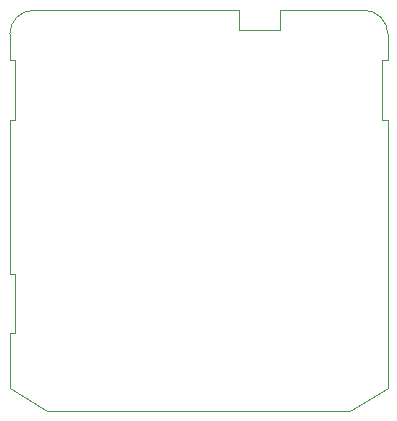
<source format=gbr>
%TF.GenerationSoftware,KiCad,Pcbnew,9.0.6*%
%TF.CreationDate,2025-12-17T14:25:04-08:00*%
%TF.ProjectId,digi_watch,64696769-5f77-4617-9463-682e6b696361,rev?*%
%TF.SameCoordinates,Original*%
%TF.FileFunction,Profile,NP*%
%FSLAX46Y46*%
G04 Gerber Fmt 4.6, Leading zero omitted, Abs format (unit mm)*
G04 Created by KiCad (PCBNEW 9.0.6) date 2025-12-17 14:25:04*
%MOMM*%
%LPD*%
G01*
G04 APERTURE LIST*
%TA.AperFunction,Profile*%
%ADD10C,0.050000*%
%TD*%
G04 APERTURE END LIST*
D10*
X115150000Y-113900000D02*
X140800000Y-113900000D01*
X142000000Y-80000000D02*
X134850000Y-80000000D01*
X112000000Y-84250000D02*
X112450000Y-84250000D01*
X112450000Y-89250000D02*
X112000000Y-89250000D01*
X140800000Y-113900000D02*
X144000000Y-112000000D01*
X144000000Y-89250000D02*
X143550000Y-89250000D01*
X134850000Y-81700000D02*
X134850000Y-80000000D01*
X112450000Y-102350000D02*
X112450000Y-107350000D01*
X131450000Y-81700000D02*
X134850000Y-81700000D01*
X143550000Y-89250000D02*
X143550000Y-84250000D01*
X112450000Y-107350000D02*
X112000000Y-107350000D01*
X112450000Y-84250000D02*
X112450000Y-89250000D01*
X112000000Y-102350000D02*
X112450000Y-102350000D01*
X144000000Y-102350000D02*
X144000000Y-89250000D01*
X112000000Y-112000000D02*
X112000000Y-107350000D01*
X112000000Y-82000000D02*
G75*
G02*
X114000000Y-80000000I2000000J0D01*
G01*
X143550000Y-84250000D02*
X144000000Y-84250000D01*
X131450000Y-80000000D02*
X131450000Y-81700000D01*
X112000000Y-112000000D02*
X115150000Y-113900000D01*
X114000000Y-80000000D02*
X131450000Y-80000000D01*
X142000000Y-80000000D02*
G75*
G02*
X144000000Y-82000000I0J-2000000D01*
G01*
X112000000Y-82000000D02*
X112000000Y-84250000D01*
X144000000Y-102350000D02*
X144000000Y-112000000D01*
X112000000Y-102350000D02*
X112000000Y-89250000D01*
X144000000Y-82000000D02*
X144000000Y-84250000D01*
M02*

</source>
